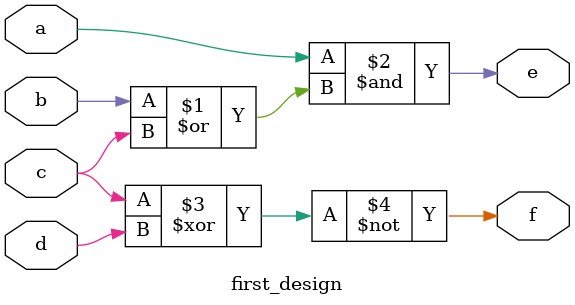
<source format=sv>
module first_design
(
    input  a, b, c, d,
    output e, f
);

    assign e = a & (b | c);
    assign f = ~ (c ^ d);

endmodule

</source>
